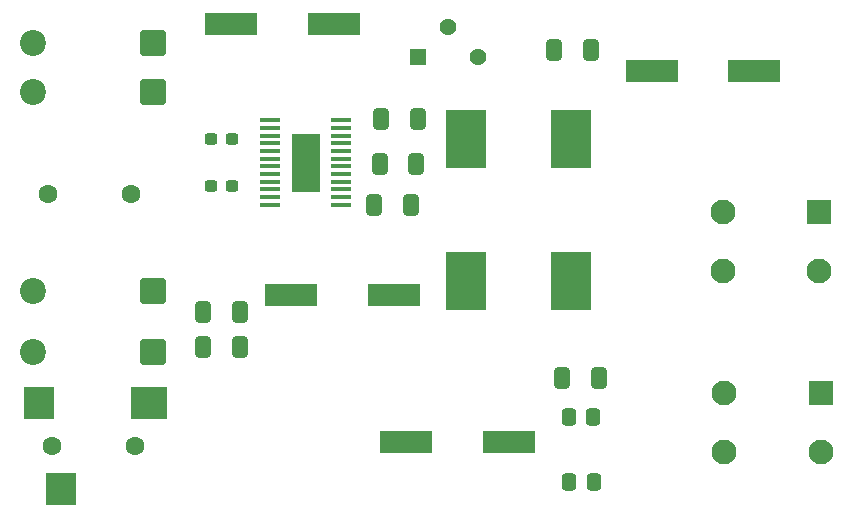
<source format=gbr>
%TF.GenerationSoftware,KiCad,Pcbnew,9.0.2*%
%TF.CreationDate,2025-09-10T19:30:47-05:00*%
%TF.ProjectId,EE101_Board,45453130-315f-4426-9f61-72642e6b6963,rev?*%
%TF.SameCoordinates,Original*%
%TF.FileFunction,Soldermask,Bot*%
%TF.FilePolarity,Negative*%
%FSLAX46Y46*%
G04 Gerber Fmt 4.6, Leading zero omitted, Abs format (unit mm)*
G04 Created by KiCad (PCBNEW 9.0.2) date 2025-09-10 19:30:47*
%MOMM*%
%LPD*%
G01*
G04 APERTURE LIST*
G04 Aperture macros list*
%AMRoundRect*
0 Rectangle with rounded corners*
0 $1 Rounding radius*
0 $2 $3 $4 $5 $6 $7 $8 $9 X,Y pos of 4 corners*
0 Add a 4 corners polygon primitive as box body*
4,1,4,$2,$3,$4,$5,$6,$7,$8,$9,$2,$3,0*
0 Add four circle primitives for the rounded corners*
1,1,$1+$1,$2,$3*
1,1,$1+$1,$4,$5*
1,1,$1+$1,$6,$7*
1,1,$1+$1,$8,$9*
0 Add four rect primitives between the rounded corners*
20,1,$1+$1,$2,$3,$4,$5,0*
20,1,$1+$1,$4,$5,$6,$7,0*
20,1,$1+$1,$6,$7,$8,$9,0*
20,1,$1+$1,$8,$9,$2,$3,0*%
G04 Aperture macros list end*
%ADD10C,1.426000*%
%ADD11RoundRect,0.102000X-0.611000X-0.611000X0.611000X-0.611000X0.611000X0.611000X-0.611000X0.611000X0*%
%ADD12R,1.761998X0.354800*%
%ADD13R,2.400000X4.870000*%
%ADD14R,4.400000X1.900000*%
%ADD15RoundRect,0.249999X0.850001X0.850001X-0.850001X0.850001X-0.850001X-0.850001X0.850001X-0.850001X0*%
%ADD16C,2.200000*%
%ADD17C,1.600000*%
%ADD18R,2.100000X2.100000*%
%ADD19C,2.100000*%
%ADD20RoundRect,0.237500X0.300000X0.237500X-0.300000X0.237500X-0.300000X-0.237500X0.300000X-0.237500X0*%
%ADD21RoundRect,0.250000X0.412500X0.650000X-0.412500X0.650000X-0.412500X-0.650000X0.412500X-0.650000X0*%
%ADD22R,3.400000X5.000000*%
%ADD23RoundRect,0.250000X-0.412500X-0.650000X0.412500X-0.650000X0.412500X0.650000X-0.412500X0.650000X0*%
%ADD24RoundRect,0.250000X0.337500X0.475000X-0.337500X0.475000X-0.337500X-0.475000X0.337500X-0.475000X0*%
%ADD25RoundRect,0.250000X-0.337500X-0.475000X0.337500X-0.475000X0.337500X0.475000X-0.337500X0.475000X0*%
%ADD26RoundRect,0.102000X-1.200000X-1.275000X1.200000X-1.275000X1.200000X1.275000X-1.200000X1.275000X0*%
%ADD27RoundRect,0.102000X-1.450000X-1.275000X1.450000X-1.275000X1.450000X1.275000X-1.450000X1.275000X0*%
G04 APERTURE END LIST*
D10*
%TO.C,RV1*%
X94540000Y-70100000D03*
X92000000Y-67560000D03*
D11*
X89460000Y-70100000D03*
%TD*%
D12*
%TO.C,U1*%
X82942000Y-75424937D03*
X82942000Y-76074949D03*
X82942000Y-76724960D03*
X82942000Y-77374972D03*
X82942000Y-78024983D03*
X82942000Y-78674994D03*
X82942000Y-79325006D03*
X82942000Y-79975017D03*
X82942000Y-80625028D03*
X82942000Y-81275040D03*
X82942000Y-81925051D03*
X82942000Y-82575063D03*
X77000000Y-82575063D03*
X77000000Y-81925051D03*
X77000000Y-81275040D03*
X77000000Y-80625028D03*
X77000000Y-79975017D03*
X77000000Y-79325006D03*
X77000000Y-78674994D03*
X77000000Y-78024983D03*
X77000000Y-77374972D03*
X77000000Y-76724960D03*
X77000000Y-76074949D03*
X77000000Y-75424937D03*
D13*
X79971000Y-79000000D03*
%TD*%
D14*
%TO.C,C17*%
X78775000Y-90250000D03*
X87475000Y-90250000D03*
%TD*%
D15*
%TO.C,D3*%
X67080000Y-89840000D03*
D16*
X56920000Y-89840000D03*
%TD*%
D17*
%TO.C,J1*%
X58200000Y-81675000D03*
X65200000Y-81675000D03*
%TD*%
D15*
%TO.C,D1*%
X67080000Y-68840000D03*
D16*
X56920000Y-68840000D03*
%TD*%
D15*
%TO.C,D2*%
X67080000Y-95000000D03*
D16*
X56920000Y-95000000D03*
%TD*%
D15*
%TO.C,D4*%
X67080000Y-73000000D03*
D16*
X56920000Y-73000000D03*
%TD*%
D18*
%TO.C,J4*%
X123475000Y-83225000D03*
D19*
X115275000Y-83225000D03*
X123475000Y-88225000D03*
X115275000Y-88225000D03*
%TD*%
D20*
%TO.C,C12*%
X73725000Y-81000000D03*
X72000000Y-81000000D03*
%TD*%
D21*
%TO.C,C9*%
X104162500Y-69475000D03*
X101037500Y-69475000D03*
%TD*%
D14*
%TO.C,C15*%
X88475000Y-102625000D03*
X97175000Y-102625000D03*
%TD*%
D21*
%TO.C,C10*%
X104812500Y-97275000D03*
X101687500Y-97275000D03*
%TD*%
%TO.C,C3*%
X74387500Y-91625000D03*
X71262500Y-91625000D03*
%TD*%
D14*
%TO.C,C5*%
X82350000Y-67250000D03*
X73650000Y-67250000D03*
%TD*%
D22*
%TO.C,L2*%
X102450000Y-77000000D03*
X93550000Y-77000000D03*
%TD*%
D21*
%TO.C,C4*%
X74387500Y-94625000D03*
X71262500Y-94625000D03*
%TD*%
D23*
%TO.C,C6*%
X86337500Y-75300000D03*
X89462500Y-75300000D03*
%TD*%
D21*
%TO.C,C7*%
X88862500Y-82575000D03*
X85737500Y-82575000D03*
%TD*%
D22*
%TO.C,L1*%
X102450000Y-89000000D03*
X93550000Y-89000000D03*
%TD*%
D24*
%TO.C,C14*%
X104362500Y-106075000D03*
X102287500Y-106075000D03*
%TD*%
D18*
%TO.C,J3*%
X123575000Y-98500000D03*
D19*
X115375000Y-98500000D03*
X123575000Y-103500000D03*
X115375000Y-103500000D03*
%TD*%
D21*
%TO.C,C8*%
X89362500Y-79100000D03*
X86237500Y-79100000D03*
%TD*%
D20*
%TO.C,C11*%
X73725000Y-77000000D03*
X72000000Y-77000000D03*
%TD*%
D14*
%TO.C,C16*%
X109275000Y-71275000D03*
X117975000Y-71275000D03*
%TD*%
D25*
%TO.C,C13*%
X102237500Y-100575000D03*
X104312500Y-100575000D03*
%TD*%
D17*
%TO.C,J2*%
X58500000Y-103000000D03*
X65500000Y-103000000D03*
D26*
X59300000Y-106675000D03*
X57400000Y-99325000D03*
D27*
X66700000Y-99325000D03*
%TD*%
M02*

</source>
